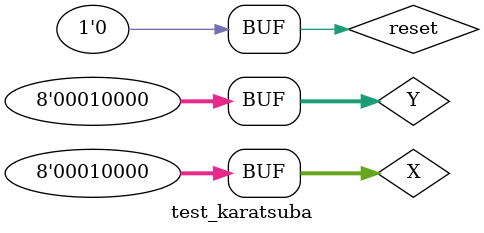
<source format=v>
`timescale 1ns/100ps

/* módulo de teste para a rom */
module test_karatsuba;
	reg [7:0] X;
    reg [7:0] Y;
	reg reset;
	wire [15:0] Z;
	
	// instância da Unit Under Test
	karatsuba uut(
		.X(X),
		.Y(Y),
		.reset(reset),
        .Z(Z)
	);
	
	// testa os produtos X*Y para diversos valores de X e Y
	initial begin
		X = 8'b00010000;
        Y = 8'b00010000;
		reset = 1'b0;
		$monitor ("X = %D; Y = %D; X*Y = %D", X, Y, Z);
		#100;
	end
endmodule

</source>
